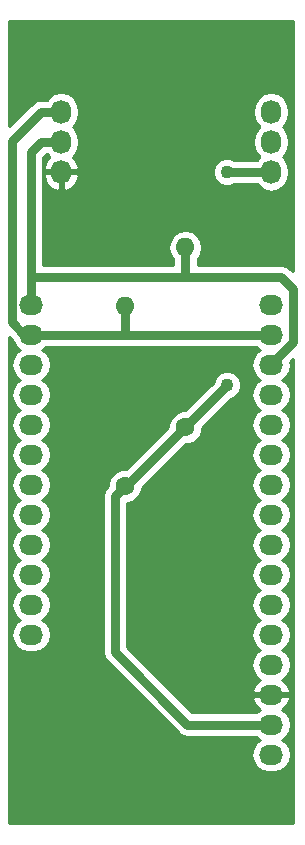
<source format=gbr>
G04 #@! TF.FileFunction,Copper,L2,Bot,Signal*
%FSLAX46Y46*%
G04 Gerber Fmt 4.6, Leading zero omitted, Abs format (unit mm)*
G04 Created by KiCad (PCBNEW 4.0.7-e2-6376~58~ubuntu16.04.1) date Fri Nov  3 14:53:56 2017*
%MOMM*%
%LPD*%
G01*
G04 APERTURE LIST*
%ADD10C,0.100000*%
%ADD11O,2.032000X1.727200*%
%ADD12O,1.727200X2.032000*%
%ADD13C,1.600000*%
%ADD14O,1.600000X1.600000*%
%ADD15C,1.100000*%
%ADD16C,0.800000*%
%ADD17C,0.400000*%
%ADD18C,0.254000*%
G04 APERTURE END LIST*
D10*
D11*
X127000000Y-120472200D03*
X127000000Y-117932200D03*
X127000000Y-115392200D03*
X127000000Y-112852200D03*
X106680000Y-110312200D03*
X127000000Y-110312200D03*
X106680000Y-107772200D03*
X127000000Y-107772200D03*
X106680000Y-105232200D03*
X127000000Y-105232200D03*
X106680000Y-102692200D03*
X127000000Y-102692200D03*
X106680000Y-100152200D03*
X127000000Y-100152200D03*
X106680000Y-97612200D03*
X127000000Y-97612200D03*
X106680000Y-95072200D03*
X127000000Y-95072200D03*
X106680000Y-92532200D03*
X127000000Y-92532200D03*
X106680000Y-89992200D03*
X127000000Y-89992200D03*
X106680000Y-87452200D03*
X127000000Y-87452200D03*
X106680000Y-84912200D03*
X127000000Y-84912200D03*
X106680000Y-82372200D03*
X127000000Y-82372200D03*
D12*
X109220000Y-66040000D03*
X109220000Y-68580000D03*
X109220000Y-71120000D03*
X127000000Y-66040000D03*
X127000000Y-68580000D03*
X127000000Y-71120000D03*
D13*
X119735600Y-92760800D03*
D14*
X119735600Y-77520800D03*
D13*
X114604800Y-97739200D03*
D14*
X114604800Y-82499200D03*
D15*
X123291600Y-71120000D03*
X123291600Y-89204800D03*
D16*
X123291600Y-71120000D02*
X127000000Y-71120000D01*
X119735600Y-92760800D02*
X123291600Y-89204800D01*
X113804801Y-111823601D02*
X119913400Y-117932200D01*
X119913400Y-117932200D02*
X127000000Y-117932200D01*
X114604800Y-97739200D02*
X113804801Y-98539199D01*
X113804801Y-98539199D02*
X113804801Y-111823601D01*
X114604800Y-97739200D02*
X114757200Y-97739200D01*
X114757200Y-97739200D02*
X119735600Y-92760800D01*
D17*
X127152400Y-117932200D02*
X127000000Y-117932200D01*
D16*
X106680000Y-84912200D02*
X114554000Y-84912200D01*
X114554000Y-84912200D02*
X127000000Y-84912200D01*
X114604800Y-84861400D02*
X114554000Y-84912200D01*
X114604800Y-82499200D02*
X114604800Y-84861400D01*
X106095800Y-84912200D02*
X105063990Y-83880390D01*
X105063990Y-83880390D02*
X105063990Y-68532410D01*
X105063990Y-68532410D02*
X107556400Y-66040000D01*
X107556400Y-66040000D02*
X109220000Y-66040000D01*
X106680000Y-84912200D02*
X106095800Y-84912200D01*
X127863600Y-80060800D02*
X119684800Y-80060800D01*
X119735600Y-80010000D02*
X119684800Y-80060800D01*
X119684800Y-80060800D02*
X106680000Y-80060800D01*
X119735600Y-77520800D02*
X119735600Y-80010000D01*
X106680000Y-82372200D02*
X106680000Y-80060800D01*
X128879600Y-85496400D02*
X128879600Y-81076800D01*
X106680000Y-80060800D02*
X106680000Y-69456400D01*
X127000000Y-87452200D02*
X126923800Y-87452200D01*
X126923800Y-87452200D02*
X128879600Y-85496400D01*
X128879600Y-81076800D02*
X127863600Y-80060800D01*
X106680000Y-69456400D02*
X107556400Y-68580000D01*
X107556400Y-68580000D02*
X109220000Y-68580000D01*
D18*
G36*
X105087178Y-85367289D02*
X105110729Y-85485689D01*
X105435585Y-85971870D01*
X105750366Y-86182200D01*
X105435585Y-86392530D01*
X105110729Y-86878711D01*
X104996655Y-87452200D01*
X105110729Y-88025689D01*
X105435585Y-88511870D01*
X105750366Y-88722200D01*
X105435585Y-88932530D01*
X105110729Y-89418711D01*
X104996655Y-89992200D01*
X105110729Y-90565689D01*
X105435585Y-91051870D01*
X105750366Y-91262200D01*
X105435585Y-91472530D01*
X105110729Y-91958711D01*
X104996655Y-92532200D01*
X105110729Y-93105689D01*
X105435585Y-93591870D01*
X105750366Y-93802200D01*
X105435585Y-94012530D01*
X105110729Y-94498711D01*
X104996655Y-95072200D01*
X105110729Y-95645689D01*
X105435585Y-96131870D01*
X105750366Y-96342200D01*
X105435585Y-96552530D01*
X105110729Y-97038711D01*
X104996655Y-97612200D01*
X105110729Y-98185689D01*
X105435585Y-98671870D01*
X105750366Y-98882200D01*
X105435585Y-99092530D01*
X105110729Y-99578711D01*
X104996655Y-100152200D01*
X105110729Y-100725689D01*
X105435585Y-101211870D01*
X105750366Y-101422200D01*
X105435585Y-101632530D01*
X105110729Y-102118711D01*
X104996655Y-102692200D01*
X105110729Y-103265689D01*
X105435585Y-103751870D01*
X105750366Y-103962200D01*
X105435585Y-104172530D01*
X105110729Y-104658711D01*
X104996655Y-105232200D01*
X105110729Y-105805689D01*
X105435585Y-106291870D01*
X105750366Y-106502200D01*
X105435585Y-106712530D01*
X105110729Y-107198711D01*
X104996655Y-107772200D01*
X105110729Y-108345689D01*
X105435585Y-108831870D01*
X105750366Y-109042200D01*
X105435585Y-109252530D01*
X105110729Y-109738711D01*
X104996655Y-110312200D01*
X105110729Y-110885689D01*
X105435585Y-111371870D01*
X105921766Y-111696726D01*
X106495255Y-111810800D01*
X106864745Y-111810800D01*
X107438234Y-111696726D01*
X107924415Y-111371870D01*
X108249271Y-110885689D01*
X108363345Y-110312200D01*
X108249271Y-109738711D01*
X107924415Y-109252530D01*
X107609634Y-109042200D01*
X107924415Y-108831870D01*
X108249271Y-108345689D01*
X108363345Y-107772200D01*
X108249271Y-107198711D01*
X107924415Y-106712530D01*
X107609634Y-106502200D01*
X107924415Y-106291870D01*
X108249271Y-105805689D01*
X108363345Y-105232200D01*
X108249271Y-104658711D01*
X107924415Y-104172530D01*
X107609634Y-103962200D01*
X107924415Y-103751870D01*
X108249271Y-103265689D01*
X108363345Y-102692200D01*
X108249271Y-102118711D01*
X107924415Y-101632530D01*
X107609634Y-101422200D01*
X107924415Y-101211870D01*
X108249271Y-100725689D01*
X108363345Y-100152200D01*
X108249271Y-99578711D01*
X107924415Y-99092530D01*
X107609634Y-98882200D01*
X107924415Y-98671870D01*
X108013062Y-98539199D01*
X112769800Y-98539199D01*
X112769801Y-98539204D01*
X112769801Y-111823596D01*
X112769800Y-111823601D01*
X112848586Y-112219678D01*
X113072945Y-112555457D01*
X119181542Y-118664053D01*
X119181544Y-118664056D01*
X119240785Y-118703639D01*
X119517323Y-118888415D01*
X119913400Y-118967201D01*
X119913405Y-118967200D01*
X125739101Y-118967200D01*
X125755585Y-118991870D01*
X126070366Y-119202200D01*
X125755585Y-119412530D01*
X125430729Y-119898711D01*
X125316655Y-120472200D01*
X125430729Y-121045689D01*
X125755585Y-121531870D01*
X126241766Y-121856726D01*
X126815255Y-121970800D01*
X127184745Y-121970800D01*
X127758234Y-121856726D01*
X128244415Y-121531870D01*
X128569271Y-121045689D01*
X128683345Y-120472200D01*
X128569271Y-119898711D01*
X128244415Y-119412530D01*
X127929634Y-119202200D01*
X128244415Y-118991870D01*
X128569271Y-118505689D01*
X128683345Y-117932200D01*
X128569271Y-117358711D01*
X128244415Y-116872530D01*
X127934931Y-116665739D01*
X128350732Y-116294236D01*
X128604709Y-115766991D01*
X128607358Y-115751226D01*
X128486217Y-115519200D01*
X127127000Y-115519200D01*
X127127000Y-115539200D01*
X126873000Y-115539200D01*
X126873000Y-115519200D01*
X125513783Y-115519200D01*
X125392642Y-115751226D01*
X125395291Y-115766991D01*
X125649268Y-116294236D01*
X126065069Y-116665739D01*
X125755585Y-116872530D01*
X125739101Y-116897200D01*
X120342111Y-116897200D01*
X114839801Y-111394889D01*
X114839801Y-99174405D01*
X114888987Y-99174448D01*
X115416600Y-98956443D01*
X115820624Y-98553123D01*
X116039550Y-98025891D01*
X116039642Y-97920470D01*
X119764286Y-94195825D01*
X120019787Y-94196048D01*
X120547400Y-93978043D01*
X120951424Y-93574723D01*
X121170350Y-93047491D01*
X121170575Y-92789537D01*
X123600966Y-90359145D01*
X123961972Y-90209980D01*
X124295609Y-89876925D01*
X124476394Y-89441545D01*
X124476806Y-88970123D01*
X124296780Y-88534428D01*
X123963725Y-88200791D01*
X123528345Y-88020006D01*
X123056923Y-88019594D01*
X122621228Y-88199620D01*
X122287591Y-88532675D01*
X122136752Y-88895937D01*
X119706913Y-91325775D01*
X119451413Y-91325552D01*
X118923800Y-91543557D01*
X118519776Y-91946877D01*
X118300850Y-92474109D01*
X118300625Y-92732064D01*
X114728380Y-96304308D01*
X114320613Y-96303952D01*
X113793000Y-96521957D01*
X113388976Y-96925277D01*
X113170050Y-97452509D01*
X113169825Y-97710463D01*
X113072945Y-97807343D01*
X112848586Y-98143122D01*
X112769800Y-98539199D01*
X108013062Y-98539199D01*
X108249271Y-98185689D01*
X108363345Y-97612200D01*
X108249271Y-97038711D01*
X107924415Y-96552530D01*
X107609634Y-96342200D01*
X107924415Y-96131870D01*
X108249271Y-95645689D01*
X108363345Y-95072200D01*
X108249271Y-94498711D01*
X107924415Y-94012530D01*
X107609634Y-93802200D01*
X107924415Y-93591870D01*
X108249271Y-93105689D01*
X108363345Y-92532200D01*
X108249271Y-91958711D01*
X107924415Y-91472530D01*
X107609634Y-91262200D01*
X107924415Y-91051870D01*
X108249271Y-90565689D01*
X108363345Y-89992200D01*
X108249271Y-89418711D01*
X107924415Y-88932530D01*
X107609634Y-88722200D01*
X107924415Y-88511870D01*
X108249271Y-88025689D01*
X108363345Y-87452200D01*
X108249271Y-86878711D01*
X107924415Y-86392530D01*
X107609634Y-86182200D01*
X107924415Y-85971870D01*
X107940899Y-85947200D01*
X114553995Y-85947200D01*
X114554000Y-85947201D01*
X114554005Y-85947200D01*
X125739101Y-85947200D01*
X125755585Y-85971870D01*
X126070366Y-86182200D01*
X125755585Y-86392530D01*
X125430729Y-86878711D01*
X125316655Y-87452200D01*
X125430729Y-88025689D01*
X125755585Y-88511870D01*
X126070366Y-88722200D01*
X125755585Y-88932530D01*
X125430729Y-89418711D01*
X125316655Y-89992200D01*
X125430729Y-90565689D01*
X125755585Y-91051870D01*
X126070366Y-91262200D01*
X125755585Y-91472530D01*
X125430729Y-91958711D01*
X125316655Y-92532200D01*
X125430729Y-93105689D01*
X125755585Y-93591870D01*
X126070366Y-93802200D01*
X125755585Y-94012530D01*
X125430729Y-94498711D01*
X125316655Y-95072200D01*
X125430729Y-95645689D01*
X125755585Y-96131870D01*
X126070366Y-96342200D01*
X125755585Y-96552530D01*
X125430729Y-97038711D01*
X125316655Y-97612200D01*
X125430729Y-98185689D01*
X125755585Y-98671870D01*
X126070366Y-98882200D01*
X125755585Y-99092530D01*
X125430729Y-99578711D01*
X125316655Y-100152200D01*
X125430729Y-100725689D01*
X125755585Y-101211870D01*
X126070366Y-101422200D01*
X125755585Y-101632530D01*
X125430729Y-102118711D01*
X125316655Y-102692200D01*
X125430729Y-103265689D01*
X125755585Y-103751870D01*
X126070366Y-103962200D01*
X125755585Y-104172530D01*
X125430729Y-104658711D01*
X125316655Y-105232200D01*
X125430729Y-105805689D01*
X125755585Y-106291870D01*
X126070366Y-106502200D01*
X125755585Y-106712530D01*
X125430729Y-107198711D01*
X125316655Y-107772200D01*
X125430729Y-108345689D01*
X125755585Y-108831870D01*
X126070366Y-109042200D01*
X125755585Y-109252530D01*
X125430729Y-109738711D01*
X125316655Y-110312200D01*
X125430729Y-110885689D01*
X125755585Y-111371870D01*
X126070366Y-111582200D01*
X125755585Y-111792530D01*
X125430729Y-112278711D01*
X125316655Y-112852200D01*
X125430729Y-113425689D01*
X125755585Y-113911870D01*
X126065069Y-114118661D01*
X125649268Y-114490164D01*
X125395291Y-115017409D01*
X125392642Y-115033174D01*
X125513783Y-115265200D01*
X126873000Y-115265200D01*
X126873000Y-115245200D01*
X127127000Y-115245200D01*
X127127000Y-115265200D01*
X128486217Y-115265200D01*
X128607358Y-115033174D01*
X128604709Y-115017409D01*
X128350732Y-114490164D01*
X127934931Y-114118661D01*
X128244415Y-113911870D01*
X128569271Y-113425689D01*
X128683345Y-112852200D01*
X128569271Y-112278711D01*
X128244415Y-111792530D01*
X127929634Y-111582200D01*
X128244415Y-111371870D01*
X128569271Y-110885689D01*
X128683345Y-110312200D01*
X128569271Y-109738711D01*
X128244415Y-109252530D01*
X127929634Y-109042200D01*
X128244415Y-108831870D01*
X128569271Y-108345689D01*
X128683345Y-107772200D01*
X128569271Y-107198711D01*
X128244415Y-106712530D01*
X127929634Y-106502200D01*
X128244415Y-106291870D01*
X128569271Y-105805689D01*
X128683345Y-105232200D01*
X128569271Y-104658711D01*
X128244415Y-104172530D01*
X127929634Y-103962200D01*
X128244415Y-103751870D01*
X128569271Y-103265689D01*
X128683345Y-102692200D01*
X128569271Y-102118711D01*
X128244415Y-101632530D01*
X127929634Y-101422200D01*
X128244415Y-101211870D01*
X128569271Y-100725689D01*
X128683345Y-100152200D01*
X128569271Y-99578711D01*
X128244415Y-99092530D01*
X127929634Y-98882200D01*
X128244415Y-98671870D01*
X128569271Y-98185689D01*
X128683345Y-97612200D01*
X128569271Y-97038711D01*
X128244415Y-96552530D01*
X127929634Y-96342200D01*
X128244415Y-96131870D01*
X128569271Y-95645689D01*
X128683345Y-95072200D01*
X128569271Y-94498711D01*
X128244415Y-94012530D01*
X127929634Y-93802200D01*
X128244415Y-93591870D01*
X128569271Y-93105689D01*
X128683345Y-92532200D01*
X128569271Y-91958711D01*
X128244415Y-91472530D01*
X127929634Y-91262200D01*
X128244415Y-91051870D01*
X128569271Y-90565689D01*
X128683345Y-89992200D01*
X128569271Y-89418711D01*
X128244415Y-88932530D01*
X127929634Y-88722200D01*
X128244415Y-88511870D01*
X128569271Y-88025689D01*
X128683345Y-87452200D01*
X128634263Y-87205448D01*
X128830000Y-87009711D01*
X128830000Y-126290000D01*
X104850000Y-126290000D01*
X104850000Y-85130111D01*
X105087178Y-85367289D01*
X105087178Y-85367289D01*
G37*
X105087178Y-85367289D02*
X105110729Y-85485689D01*
X105435585Y-85971870D01*
X105750366Y-86182200D01*
X105435585Y-86392530D01*
X105110729Y-86878711D01*
X104996655Y-87452200D01*
X105110729Y-88025689D01*
X105435585Y-88511870D01*
X105750366Y-88722200D01*
X105435585Y-88932530D01*
X105110729Y-89418711D01*
X104996655Y-89992200D01*
X105110729Y-90565689D01*
X105435585Y-91051870D01*
X105750366Y-91262200D01*
X105435585Y-91472530D01*
X105110729Y-91958711D01*
X104996655Y-92532200D01*
X105110729Y-93105689D01*
X105435585Y-93591870D01*
X105750366Y-93802200D01*
X105435585Y-94012530D01*
X105110729Y-94498711D01*
X104996655Y-95072200D01*
X105110729Y-95645689D01*
X105435585Y-96131870D01*
X105750366Y-96342200D01*
X105435585Y-96552530D01*
X105110729Y-97038711D01*
X104996655Y-97612200D01*
X105110729Y-98185689D01*
X105435585Y-98671870D01*
X105750366Y-98882200D01*
X105435585Y-99092530D01*
X105110729Y-99578711D01*
X104996655Y-100152200D01*
X105110729Y-100725689D01*
X105435585Y-101211870D01*
X105750366Y-101422200D01*
X105435585Y-101632530D01*
X105110729Y-102118711D01*
X104996655Y-102692200D01*
X105110729Y-103265689D01*
X105435585Y-103751870D01*
X105750366Y-103962200D01*
X105435585Y-104172530D01*
X105110729Y-104658711D01*
X104996655Y-105232200D01*
X105110729Y-105805689D01*
X105435585Y-106291870D01*
X105750366Y-106502200D01*
X105435585Y-106712530D01*
X105110729Y-107198711D01*
X104996655Y-107772200D01*
X105110729Y-108345689D01*
X105435585Y-108831870D01*
X105750366Y-109042200D01*
X105435585Y-109252530D01*
X105110729Y-109738711D01*
X104996655Y-110312200D01*
X105110729Y-110885689D01*
X105435585Y-111371870D01*
X105921766Y-111696726D01*
X106495255Y-111810800D01*
X106864745Y-111810800D01*
X107438234Y-111696726D01*
X107924415Y-111371870D01*
X108249271Y-110885689D01*
X108363345Y-110312200D01*
X108249271Y-109738711D01*
X107924415Y-109252530D01*
X107609634Y-109042200D01*
X107924415Y-108831870D01*
X108249271Y-108345689D01*
X108363345Y-107772200D01*
X108249271Y-107198711D01*
X107924415Y-106712530D01*
X107609634Y-106502200D01*
X107924415Y-106291870D01*
X108249271Y-105805689D01*
X108363345Y-105232200D01*
X108249271Y-104658711D01*
X107924415Y-104172530D01*
X107609634Y-103962200D01*
X107924415Y-103751870D01*
X108249271Y-103265689D01*
X108363345Y-102692200D01*
X108249271Y-102118711D01*
X107924415Y-101632530D01*
X107609634Y-101422200D01*
X107924415Y-101211870D01*
X108249271Y-100725689D01*
X108363345Y-100152200D01*
X108249271Y-99578711D01*
X107924415Y-99092530D01*
X107609634Y-98882200D01*
X107924415Y-98671870D01*
X108013062Y-98539199D01*
X112769800Y-98539199D01*
X112769801Y-98539204D01*
X112769801Y-111823596D01*
X112769800Y-111823601D01*
X112848586Y-112219678D01*
X113072945Y-112555457D01*
X119181542Y-118664053D01*
X119181544Y-118664056D01*
X119240785Y-118703639D01*
X119517323Y-118888415D01*
X119913400Y-118967201D01*
X119913405Y-118967200D01*
X125739101Y-118967200D01*
X125755585Y-118991870D01*
X126070366Y-119202200D01*
X125755585Y-119412530D01*
X125430729Y-119898711D01*
X125316655Y-120472200D01*
X125430729Y-121045689D01*
X125755585Y-121531870D01*
X126241766Y-121856726D01*
X126815255Y-121970800D01*
X127184745Y-121970800D01*
X127758234Y-121856726D01*
X128244415Y-121531870D01*
X128569271Y-121045689D01*
X128683345Y-120472200D01*
X128569271Y-119898711D01*
X128244415Y-119412530D01*
X127929634Y-119202200D01*
X128244415Y-118991870D01*
X128569271Y-118505689D01*
X128683345Y-117932200D01*
X128569271Y-117358711D01*
X128244415Y-116872530D01*
X127934931Y-116665739D01*
X128350732Y-116294236D01*
X128604709Y-115766991D01*
X128607358Y-115751226D01*
X128486217Y-115519200D01*
X127127000Y-115519200D01*
X127127000Y-115539200D01*
X126873000Y-115539200D01*
X126873000Y-115519200D01*
X125513783Y-115519200D01*
X125392642Y-115751226D01*
X125395291Y-115766991D01*
X125649268Y-116294236D01*
X126065069Y-116665739D01*
X125755585Y-116872530D01*
X125739101Y-116897200D01*
X120342111Y-116897200D01*
X114839801Y-111394889D01*
X114839801Y-99174405D01*
X114888987Y-99174448D01*
X115416600Y-98956443D01*
X115820624Y-98553123D01*
X116039550Y-98025891D01*
X116039642Y-97920470D01*
X119764286Y-94195825D01*
X120019787Y-94196048D01*
X120547400Y-93978043D01*
X120951424Y-93574723D01*
X121170350Y-93047491D01*
X121170575Y-92789537D01*
X123600966Y-90359145D01*
X123961972Y-90209980D01*
X124295609Y-89876925D01*
X124476394Y-89441545D01*
X124476806Y-88970123D01*
X124296780Y-88534428D01*
X123963725Y-88200791D01*
X123528345Y-88020006D01*
X123056923Y-88019594D01*
X122621228Y-88199620D01*
X122287591Y-88532675D01*
X122136752Y-88895937D01*
X119706913Y-91325775D01*
X119451413Y-91325552D01*
X118923800Y-91543557D01*
X118519776Y-91946877D01*
X118300850Y-92474109D01*
X118300625Y-92732064D01*
X114728380Y-96304308D01*
X114320613Y-96303952D01*
X113793000Y-96521957D01*
X113388976Y-96925277D01*
X113170050Y-97452509D01*
X113169825Y-97710463D01*
X113072945Y-97807343D01*
X112848586Y-98143122D01*
X112769800Y-98539199D01*
X108013062Y-98539199D01*
X108249271Y-98185689D01*
X108363345Y-97612200D01*
X108249271Y-97038711D01*
X107924415Y-96552530D01*
X107609634Y-96342200D01*
X107924415Y-96131870D01*
X108249271Y-95645689D01*
X108363345Y-95072200D01*
X108249271Y-94498711D01*
X107924415Y-94012530D01*
X107609634Y-93802200D01*
X107924415Y-93591870D01*
X108249271Y-93105689D01*
X108363345Y-92532200D01*
X108249271Y-91958711D01*
X107924415Y-91472530D01*
X107609634Y-91262200D01*
X107924415Y-91051870D01*
X108249271Y-90565689D01*
X108363345Y-89992200D01*
X108249271Y-89418711D01*
X107924415Y-88932530D01*
X107609634Y-88722200D01*
X107924415Y-88511870D01*
X108249271Y-88025689D01*
X108363345Y-87452200D01*
X108249271Y-86878711D01*
X107924415Y-86392530D01*
X107609634Y-86182200D01*
X107924415Y-85971870D01*
X107940899Y-85947200D01*
X114553995Y-85947200D01*
X114554000Y-85947201D01*
X114554005Y-85947200D01*
X125739101Y-85947200D01*
X125755585Y-85971870D01*
X126070366Y-86182200D01*
X125755585Y-86392530D01*
X125430729Y-86878711D01*
X125316655Y-87452200D01*
X125430729Y-88025689D01*
X125755585Y-88511870D01*
X126070366Y-88722200D01*
X125755585Y-88932530D01*
X125430729Y-89418711D01*
X125316655Y-89992200D01*
X125430729Y-90565689D01*
X125755585Y-91051870D01*
X126070366Y-91262200D01*
X125755585Y-91472530D01*
X125430729Y-91958711D01*
X125316655Y-92532200D01*
X125430729Y-93105689D01*
X125755585Y-93591870D01*
X126070366Y-93802200D01*
X125755585Y-94012530D01*
X125430729Y-94498711D01*
X125316655Y-95072200D01*
X125430729Y-95645689D01*
X125755585Y-96131870D01*
X126070366Y-96342200D01*
X125755585Y-96552530D01*
X125430729Y-97038711D01*
X125316655Y-97612200D01*
X125430729Y-98185689D01*
X125755585Y-98671870D01*
X126070366Y-98882200D01*
X125755585Y-99092530D01*
X125430729Y-99578711D01*
X125316655Y-100152200D01*
X125430729Y-100725689D01*
X125755585Y-101211870D01*
X126070366Y-101422200D01*
X125755585Y-101632530D01*
X125430729Y-102118711D01*
X125316655Y-102692200D01*
X125430729Y-103265689D01*
X125755585Y-103751870D01*
X126070366Y-103962200D01*
X125755585Y-104172530D01*
X125430729Y-104658711D01*
X125316655Y-105232200D01*
X125430729Y-105805689D01*
X125755585Y-106291870D01*
X126070366Y-106502200D01*
X125755585Y-106712530D01*
X125430729Y-107198711D01*
X125316655Y-107772200D01*
X125430729Y-108345689D01*
X125755585Y-108831870D01*
X126070366Y-109042200D01*
X125755585Y-109252530D01*
X125430729Y-109738711D01*
X125316655Y-110312200D01*
X125430729Y-110885689D01*
X125755585Y-111371870D01*
X126070366Y-111582200D01*
X125755585Y-111792530D01*
X125430729Y-112278711D01*
X125316655Y-112852200D01*
X125430729Y-113425689D01*
X125755585Y-113911870D01*
X126065069Y-114118661D01*
X125649268Y-114490164D01*
X125395291Y-115017409D01*
X125392642Y-115033174D01*
X125513783Y-115265200D01*
X126873000Y-115265200D01*
X126873000Y-115245200D01*
X127127000Y-115245200D01*
X127127000Y-115265200D01*
X128486217Y-115265200D01*
X128607358Y-115033174D01*
X128604709Y-115017409D01*
X128350732Y-114490164D01*
X127934931Y-114118661D01*
X128244415Y-113911870D01*
X128569271Y-113425689D01*
X128683345Y-112852200D01*
X128569271Y-112278711D01*
X128244415Y-111792530D01*
X127929634Y-111582200D01*
X128244415Y-111371870D01*
X128569271Y-110885689D01*
X128683345Y-110312200D01*
X128569271Y-109738711D01*
X128244415Y-109252530D01*
X127929634Y-109042200D01*
X128244415Y-108831870D01*
X128569271Y-108345689D01*
X128683345Y-107772200D01*
X128569271Y-107198711D01*
X128244415Y-106712530D01*
X127929634Y-106502200D01*
X128244415Y-106291870D01*
X128569271Y-105805689D01*
X128683345Y-105232200D01*
X128569271Y-104658711D01*
X128244415Y-104172530D01*
X127929634Y-103962200D01*
X128244415Y-103751870D01*
X128569271Y-103265689D01*
X128683345Y-102692200D01*
X128569271Y-102118711D01*
X128244415Y-101632530D01*
X127929634Y-101422200D01*
X128244415Y-101211870D01*
X128569271Y-100725689D01*
X128683345Y-100152200D01*
X128569271Y-99578711D01*
X128244415Y-99092530D01*
X127929634Y-98882200D01*
X128244415Y-98671870D01*
X128569271Y-98185689D01*
X128683345Y-97612200D01*
X128569271Y-97038711D01*
X128244415Y-96552530D01*
X127929634Y-96342200D01*
X128244415Y-96131870D01*
X128569271Y-95645689D01*
X128683345Y-95072200D01*
X128569271Y-94498711D01*
X128244415Y-94012530D01*
X127929634Y-93802200D01*
X128244415Y-93591870D01*
X128569271Y-93105689D01*
X128683345Y-92532200D01*
X128569271Y-91958711D01*
X128244415Y-91472530D01*
X127929634Y-91262200D01*
X128244415Y-91051870D01*
X128569271Y-90565689D01*
X128683345Y-89992200D01*
X128569271Y-89418711D01*
X128244415Y-88932530D01*
X127929634Y-88722200D01*
X128244415Y-88511870D01*
X128569271Y-88025689D01*
X128683345Y-87452200D01*
X128634263Y-87205448D01*
X128830000Y-87009711D01*
X128830000Y-126290000D01*
X104850000Y-126290000D01*
X104850000Y-85130111D01*
X105087178Y-85367289D01*
G36*
X128830000Y-79563488D02*
X128595456Y-79328944D01*
X128259677Y-79104585D01*
X127863600Y-79025799D01*
X127863595Y-79025800D01*
X120770600Y-79025800D01*
X120770600Y-78533227D01*
X121061367Y-78098064D01*
X121170600Y-77548913D01*
X121170600Y-77492687D01*
X121061367Y-76943536D01*
X120750298Y-76477989D01*
X120284751Y-76166920D01*
X119735600Y-76057687D01*
X119186449Y-76166920D01*
X118720902Y-76477989D01*
X118409833Y-76943536D01*
X118300600Y-77492687D01*
X118300600Y-77548913D01*
X118409833Y-78098064D01*
X118700600Y-78533227D01*
X118700600Y-79025800D01*
X107715000Y-79025800D01*
X107715000Y-71481913D01*
X107734816Y-71481913D01*
X107928046Y-72034320D01*
X108317964Y-72470732D01*
X108845209Y-72724709D01*
X108860974Y-72727358D01*
X109093000Y-72606217D01*
X109093000Y-71247000D01*
X109347000Y-71247000D01*
X109347000Y-72606217D01*
X109579026Y-72727358D01*
X109594791Y-72724709D01*
X110122036Y-72470732D01*
X110511954Y-72034320D01*
X110705184Y-71481913D01*
X110627049Y-71354677D01*
X122106394Y-71354677D01*
X122286420Y-71790372D01*
X122619475Y-72124009D01*
X123054855Y-72304794D01*
X123526277Y-72305206D01*
X123889802Y-72155000D01*
X125800403Y-72155000D01*
X125940330Y-72364415D01*
X126426511Y-72689271D01*
X127000000Y-72803345D01*
X127573489Y-72689271D01*
X128059670Y-72364415D01*
X128384526Y-71878234D01*
X128498600Y-71304745D01*
X128498600Y-70935255D01*
X128384526Y-70361766D01*
X128059670Y-69875585D01*
X128021379Y-69850000D01*
X128059670Y-69824415D01*
X128384526Y-69338234D01*
X128498600Y-68764745D01*
X128498600Y-68395255D01*
X128384526Y-67821766D01*
X128059670Y-67335585D01*
X128021379Y-67310000D01*
X128059670Y-67284415D01*
X128384526Y-66798234D01*
X128498600Y-66224745D01*
X128498600Y-65855255D01*
X128384526Y-65281766D01*
X128059670Y-64795585D01*
X127573489Y-64470729D01*
X127000000Y-64356655D01*
X126426511Y-64470729D01*
X125940330Y-64795585D01*
X125615474Y-65281766D01*
X125501400Y-65855255D01*
X125501400Y-66224745D01*
X125615474Y-66798234D01*
X125940330Y-67284415D01*
X125978621Y-67310000D01*
X125940330Y-67335585D01*
X125615474Y-67821766D01*
X125501400Y-68395255D01*
X125501400Y-68764745D01*
X125615474Y-69338234D01*
X125940330Y-69824415D01*
X125978621Y-69850000D01*
X125940330Y-69875585D01*
X125800403Y-70085000D01*
X123889090Y-70085000D01*
X123528345Y-69935206D01*
X123056923Y-69934794D01*
X122621228Y-70114820D01*
X122287591Y-70447875D01*
X122106806Y-70883255D01*
X122106394Y-71354677D01*
X110627049Y-71354677D01*
X110560924Y-71247000D01*
X109347000Y-71247000D01*
X109093000Y-71247000D01*
X107879076Y-71247000D01*
X107734816Y-71481913D01*
X107715000Y-71481913D01*
X107715000Y-69885112D01*
X107985111Y-69615000D01*
X108020403Y-69615000D01*
X108160330Y-69824415D01*
X108228184Y-69869754D01*
X107928046Y-70205680D01*
X107734816Y-70758087D01*
X107879076Y-70993000D01*
X109093000Y-70993000D01*
X109093000Y-70973000D01*
X109347000Y-70973000D01*
X109347000Y-70993000D01*
X110560924Y-70993000D01*
X110705184Y-70758087D01*
X110511954Y-70205680D01*
X110211816Y-69869754D01*
X110279670Y-69824415D01*
X110604526Y-69338234D01*
X110718600Y-68764745D01*
X110718600Y-68395255D01*
X110604526Y-67821766D01*
X110279670Y-67335585D01*
X110241379Y-67310000D01*
X110279670Y-67284415D01*
X110604526Y-66798234D01*
X110718600Y-66224745D01*
X110718600Y-65855255D01*
X110604526Y-65281766D01*
X110279670Y-64795585D01*
X109793489Y-64470729D01*
X109220000Y-64356655D01*
X108646511Y-64470729D01*
X108160330Y-64795585D01*
X108020403Y-65005000D01*
X107556405Y-65005000D01*
X107556400Y-65004999D01*
X107160323Y-65083785D01*
X106824544Y-65308144D01*
X104850000Y-67282688D01*
X104850000Y-58368000D01*
X128830000Y-58368000D01*
X128830000Y-79563488D01*
X128830000Y-79563488D01*
G37*
X128830000Y-79563488D02*
X128595456Y-79328944D01*
X128259677Y-79104585D01*
X127863600Y-79025799D01*
X127863595Y-79025800D01*
X120770600Y-79025800D01*
X120770600Y-78533227D01*
X121061367Y-78098064D01*
X121170600Y-77548913D01*
X121170600Y-77492687D01*
X121061367Y-76943536D01*
X120750298Y-76477989D01*
X120284751Y-76166920D01*
X119735600Y-76057687D01*
X119186449Y-76166920D01*
X118720902Y-76477989D01*
X118409833Y-76943536D01*
X118300600Y-77492687D01*
X118300600Y-77548913D01*
X118409833Y-78098064D01*
X118700600Y-78533227D01*
X118700600Y-79025800D01*
X107715000Y-79025800D01*
X107715000Y-71481913D01*
X107734816Y-71481913D01*
X107928046Y-72034320D01*
X108317964Y-72470732D01*
X108845209Y-72724709D01*
X108860974Y-72727358D01*
X109093000Y-72606217D01*
X109093000Y-71247000D01*
X109347000Y-71247000D01*
X109347000Y-72606217D01*
X109579026Y-72727358D01*
X109594791Y-72724709D01*
X110122036Y-72470732D01*
X110511954Y-72034320D01*
X110705184Y-71481913D01*
X110627049Y-71354677D01*
X122106394Y-71354677D01*
X122286420Y-71790372D01*
X122619475Y-72124009D01*
X123054855Y-72304794D01*
X123526277Y-72305206D01*
X123889802Y-72155000D01*
X125800403Y-72155000D01*
X125940330Y-72364415D01*
X126426511Y-72689271D01*
X127000000Y-72803345D01*
X127573489Y-72689271D01*
X128059670Y-72364415D01*
X128384526Y-71878234D01*
X128498600Y-71304745D01*
X128498600Y-70935255D01*
X128384526Y-70361766D01*
X128059670Y-69875585D01*
X128021379Y-69850000D01*
X128059670Y-69824415D01*
X128384526Y-69338234D01*
X128498600Y-68764745D01*
X128498600Y-68395255D01*
X128384526Y-67821766D01*
X128059670Y-67335585D01*
X128021379Y-67310000D01*
X128059670Y-67284415D01*
X128384526Y-66798234D01*
X128498600Y-66224745D01*
X128498600Y-65855255D01*
X128384526Y-65281766D01*
X128059670Y-64795585D01*
X127573489Y-64470729D01*
X127000000Y-64356655D01*
X126426511Y-64470729D01*
X125940330Y-64795585D01*
X125615474Y-65281766D01*
X125501400Y-65855255D01*
X125501400Y-66224745D01*
X125615474Y-66798234D01*
X125940330Y-67284415D01*
X125978621Y-67310000D01*
X125940330Y-67335585D01*
X125615474Y-67821766D01*
X125501400Y-68395255D01*
X125501400Y-68764745D01*
X125615474Y-69338234D01*
X125940330Y-69824415D01*
X125978621Y-69850000D01*
X125940330Y-69875585D01*
X125800403Y-70085000D01*
X123889090Y-70085000D01*
X123528345Y-69935206D01*
X123056923Y-69934794D01*
X122621228Y-70114820D01*
X122287591Y-70447875D01*
X122106806Y-70883255D01*
X122106394Y-71354677D01*
X110627049Y-71354677D01*
X110560924Y-71247000D01*
X109347000Y-71247000D01*
X109093000Y-71247000D01*
X107879076Y-71247000D01*
X107734816Y-71481913D01*
X107715000Y-71481913D01*
X107715000Y-69885112D01*
X107985111Y-69615000D01*
X108020403Y-69615000D01*
X108160330Y-69824415D01*
X108228184Y-69869754D01*
X107928046Y-70205680D01*
X107734816Y-70758087D01*
X107879076Y-70993000D01*
X109093000Y-70993000D01*
X109093000Y-70973000D01*
X109347000Y-70973000D01*
X109347000Y-70993000D01*
X110560924Y-70993000D01*
X110705184Y-70758087D01*
X110511954Y-70205680D01*
X110211816Y-69869754D01*
X110279670Y-69824415D01*
X110604526Y-69338234D01*
X110718600Y-68764745D01*
X110718600Y-68395255D01*
X110604526Y-67821766D01*
X110279670Y-67335585D01*
X110241379Y-67310000D01*
X110279670Y-67284415D01*
X110604526Y-66798234D01*
X110718600Y-66224745D01*
X110718600Y-65855255D01*
X110604526Y-65281766D01*
X110279670Y-64795585D01*
X109793489Y-64470729D01*
X109220000Y-64356655D01*
X108646511Y-64470729D01*
X108160330Y-64795585D01*
X108020403Y-65005000D01*
X107556405Y-65005000D01*
X107556400Y-65004999D01*
X107160323Y-65083785D01*
X106824544Y-65308144D01*
X104850000Y-67282688D01*
X104850000Y-58368000D01*
X128830000Y-58368000D01*
X128830000Y-79563488D01*
M02*

</source>
